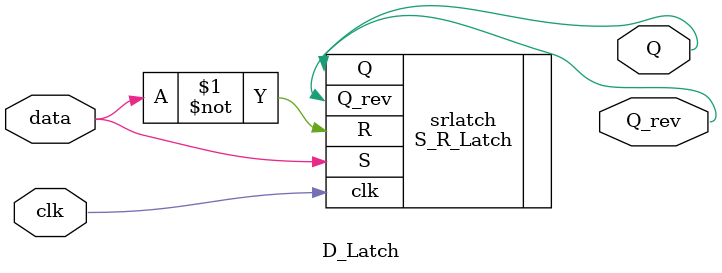
<source format=v>
`timescale 1ns / 1ps


module D_Latch(
    input data,
    input clk,
    output Q,
    output Q_rev
    );
    S_R_Latch srlatch (.S(data), .clk(clk), .R(~data), .Q(Q), .Q_rev(Q_rev));
endmodule

</source>
